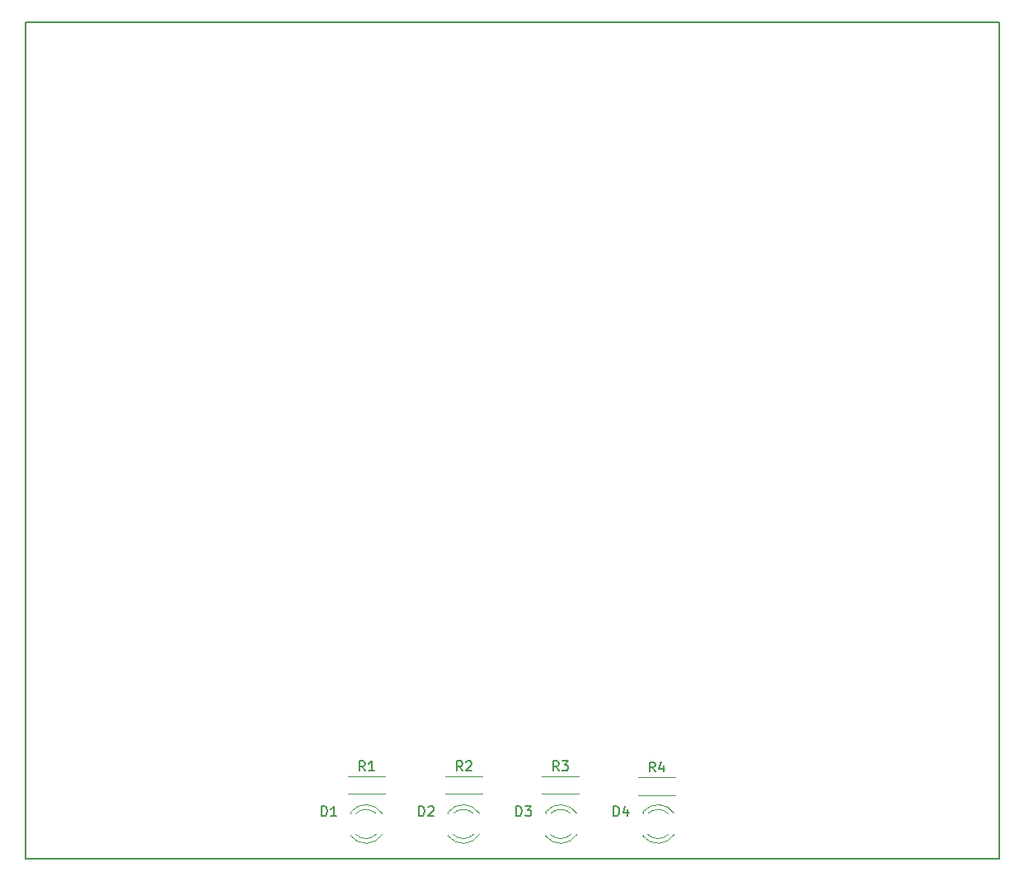
<source format=gto>
%TF.GenerationSoftware,KiCad,Pcbnew,(5.0.2)-1*%
%TF.CreationDate,2019-02-27T18:32:07-08:00*%
%TF.ProjectId,kicad_port,6b696361-645f-4706-9f72-742e6b696361,rev?*%
%TF.SameCoordinates,Original*%
%TF.FileFunction,Legend,Top*%
%TF.FilePolarity,Positive*%
%FSLAX46Y46*%
G04 Gerber Fmt 4.6, Leading zero omitted, Abs format (unit mm)*
G04 Created by KiCad (PCBNEW (5.0.2)-1) date 2/27/2019 6:32:07 PM*
%MOMM*%
%LPD*%
G01*
G04 APERTURE LIST*
%ADD10C,0.200000*%
%ADD11C,0.120000*%
%ADD12C,0.150000*%
G04 APERTURE END LIST*
D10*
X100000000Y-50000000D02*
X100000000Y-136000000D01*
X200000000Y-50000000D02*
X100000000Y-50000000D01*
X200000000Y-136000000D02*
X200000000Y-50000000D01*
X100000000Y-136000000D02*
X200000000Y-136000000D01*
D11*
X133410000Y-133480000D02*
X133410000Y-133636000D01*
X133410000Y-131164000D02*
X133410000Y-131320000D01*
X136011130Y-133479837D02*
G75*
G02X133929039Y-133480000I-1041130J1079837D01*
G01*
X136011130Y-131320163D02*
G75*
G03X133929039Y-131320000I-1041130J-1079837D01*
G01*
X136642335Y-133478608D02*
G75*
G02X133410000Y-133635516I-1672335J1078608D01*
G01*
X136642335Y-131321392D02*
G75*
G03X133410000Y-131164484I-1672335J-1078608D01*
G01*
X143410000Y-133480000D02*
X143410000Y-133636000D01*
X143410000Y-131164000D02*
X143410000Y-131320000D01*
X146011130Y-133479837D02*
G75*
G02X143929039Y-133480000I-1041130J1079837D01*
G01*
X146011130Y-131320163D02*
G75*
G03X143929039Y-131320000I-1041130J-1079837D01*
G01*
X146642335Y-133478608D02*
G75*
G02X143410000Y-133635516I-1672335J1078608D01*
G01*
X146642335Y-131321392D02*
G75*
G03X143410000Y-131164484I-1672335J-1078608D01*
G01*
X153410000Y-133480000D02*
X153410000Y-133636000D01*
X153410000Y-131164000D02*
X153410000Y-131320000D01*
X156011130Y-133479837D02*
G75*
G02X153929039Y-133480000I-1041130J1079837D01*
G01*
X156011130Y-131320163D02*
G75*
G03X153929039Y-131320000I-1041130J-1079837D01*
G01*
X156642335Y-133478608D02*
G75*
G02X153410000Y-133635516I-1672335J1078608D01*
G01*
X156642335Y-131321392D02*
G75*
G03X153410000Y-131164484I-1672335J-1078608D01*
G01*
X163410000Y-133480000D02*
X163410000Y-133636000D01*
X163410000Y-131164000D02*
X163410000Y-131320000D01*
X166011130Y-133479837D02*
G75*
G02X163929039Y-133480000I-1041130J1079837D01*
G01*
X166011130Y-131320163D02*
G75*
G03X163929039Y-131320000I-1041130J-1079837D01*
G01*
X166642335Y-133478608D02*
G75*
G02X163410000Y-133635516I-1672335J1078608D01*
G01*
X166642335Y-131321392D02*
G75*
G03X163410000Y-131164484I-1672335J-1078608D01*
G01*
X133120000Y-129320000D02*
X136960000Y-129320000D01*
X133120000Y-127480000D02*
X136960000Y-127480000D01*
X143120000Y-129320000D02*
X146960000Y-129320000D01*
X143120000Y-127480000D02*
X146960000Y-127480000D01*
X153020000Y-129320000D02*
X156860000Y-129320000D01*
X153020000Y-127480000D02*
X156860000Y-127480000D01*
X162920000Y-129420000D02*
X166760000Y-129420000D01*
X162920000Y-127580000D02*
X166760000Y-127580000D01*
D12*
X130421904Y-131582380D02*
X130421904Y-130582380D01*
X130660000Y-130582380D01*
X130802857Y-130630000D01*
X130898095Y-130725238D01*
X130945714Y-130820476D01*
X130993333Y-131010952D01*
X130993333Y-131153809D01*
X130945714Y-131344285D01*
X130898095Y-131439523D01*
X130802857Y-131534761D01*
X130660000Y-131582380D01*
X130421904Y-131582380D01*
X131945714Y-131582380D02*
X131374285Y-131582380D01*
X131660000Y-131582380D02*
X131660000Y-130582380D01*
X131564761Y-130725238D01*
X131469523Y-130820476D01*
X131374285Y-130868095D01*
X140421904Y-131582380D02*
X140421904Y-130582380D01*
X140660000Y-130582380D01*
X140802857Y-130630000D01*
X140898095Y-130725238D01*
X140945714Y-130820476D01*
X140993333Y-131010952D01*
X140993333Y-131153809D01*
X140945714Y-131344285D01*
X140898095Y-131439523D01*
X140802857Y-131534761D01*
X140660000Y-131582380D01*
X140421904Y-131582380D01*
X141374285Y-130677619D02*
X141421904Y-130630000D01*
X141517142Y-130582380D01*
X141755238Y-130582380D01*
X141850476Y-130630000D01*
X141898095Y-130677619D01*
X141945714Y-130772857D01*
X141945714Y-130868095D01*
X141898095Y-131010952D01*
X141326666Y-131582380D01*
X141945714Y-131582380D01*
X150421904Y-131582380D02*
X150421904Y-130582380D01*
X150660000Y-130582380D01*
X150802857Y-130630000D01*
X150898095Y-130725238D01*
X150945714Y-130820476D01*
X150993333Y-131010952D01*
X150993333Y-131153809D01*
X150945714Y-131344285D01*
X150898095Y-131439523D01*
X150802857Y-131534761D01*
X150660000Y-131582380D01*
X150421904Y-131582380D01*
X151326666Y-130582380D02*
X151945714Y-130582380D01*
X151612380Y-130963333D01*
X151755238Y-130963333D01*
X151850476Y-131010952D01*
X151898095Y-131058571D01*
X151945714Y-131153809D01*
X151945714Y-131391904D01*
X151898095Y-131487142D01*
X151850476Y-131534761D01*
X151755238Y-131582380D01*
X151469523Y-131582380D01*
X151374285Y-131534761D01*
X151326666Y-131487142D01*
X160421904Y-131582380D02*
X160421904Y-130582380D01*
X160660000Y-130582380D01*
X160802857Y-130630000D01*
X160898095Y-130725238D01*
X160945714Y-130820476D01*
X160993333Y-131010952D01*
X160993333Y-131153809D01*
X160945714Y-131344285D01*
X160898095Y-131439523D01*
X160802857Y-131534761D01*
X160660000Y-131582380D01*
X160421904Y-131582380D01*
X161850476Y-130915714D02*
X161850476Y-131582380D01*
X161612380Y-130534761D02*
X161374285Y-131249047D01*
X161993333Y-131249047D01*
X134873333Y-126932380D02*
X134540000Y-126456190D01*
X134301904Y-126932380D02*
X134301904Y-125932380D01*
X134682857Y-125932380D01*
X134778095Y-125980000D01*
X134825714Y-126027619D01*
X134873333Y-126122857D01*
X134873333Y-126265714D01*
X134825714Y-126360952D01*
X134778095Y-126408571D01*
X134682857Y-126456190D01*
X134301904Y-126456190D01*
X135825714Y-126932380D02*
X135254285Y-126932380D01*
X135540000Y-126932380D02*
X135540000Y-125932380D01*
X135444761Y-126075238D01*
X135349523Y-126170476D01*
X135254285Y-126218095D01*
X144873333Y-126932380D02*
X144540000Y-126456190D01*
X144301904Y-126932380D02*
X144301904Y-125932380D01*
X144682857Y-125932380D01*
X144778095Y-125980000D01*
X144825714Y-126027619D01*
X144873333Y-126122857D01*
X144873333Y-126265714D01*
X144825714Y-126360952D01*
X144778095Y-126408571D01*
X144682857Y-126456190D01*
X144301904Y-126456190D01*
X145254285Y-126027619D02*
X145301904Y-125980000D01*
X145397142Y-125932380D01*
X145635238Y-125932380D01*
X145730476Y-125980000D01*
X145778095Y-126027619D01*
X145825714Y-126122857D01*
X145825714Y-126218095D01*
X145778095Y-126360952D01*
X145206666Y-126932380D01*
X145825714Y-126932380D01*
X154773333Y-126932380D02*
X154440000Y-126456190D01*
X154201904Y-126932380D02*
X154201904Y-125932380D01*
X154582857Y-125932380D01*
X154678095Y-125980000D01*
X154725714Y-126027619D01*
X154773333Y-126122857D01*
X154773333Y-126265714D01*
X154725714Y-126360952D01*
X154678095Y-126408571D01*
X154582857Y-126456190D01*
X154201904Y-126456190D01*
X155106666Y-125932380D02*
X155725714Y-125932380D01*
X155392380Y-126313333D01*
X155535238Y-126313333D01*
X155630476Y-126360952D01*
X155678095Y-126408571D01*
X155725714Y-126503809D01*
X155725714Y-126741904D01*
X155678095Y-126837142D01*
X155630476Y-126884761D01*
X155535238Y-126932380D01*
X155249523Y-126932380D01*
X155154285Y-126884761D01*
X155106666Y-126837142D01*
X164673333Y-127032380D02*
X164340000Y-126556190D01*
X164101904Y-127032380D02*
X164101904Y-126032380D01*
X164482857Y-126032380D01*
X164578095Y-126080000D01*
X164625714Y-126127619D01*
X164673333Y-126222857D01*
X164673333Y-126365714D01*
X164625714Y-126460952D01*
X164578095Y-126508571D01*
X164482857Y-126556190D01*
X164101904Y-126556190D01*
X165530476Y-126365714D02*
X165530476Y-127032380D01*
X165292380Y-125984761D02*
X165054285Y-126699047D01*
X165673333Y-126699047D01*
M02*

</source>
